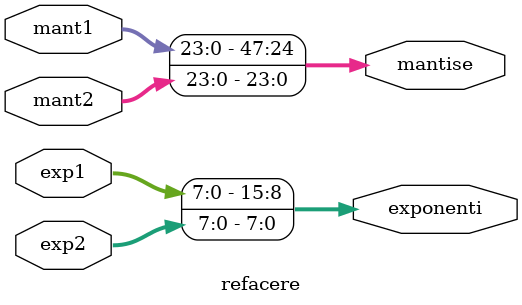
<source format=v>
`timescale 1ns / 1ps


module refacere(exp1, exp2, mant1, mant2, mantise, exponenti);

    input [7:0] exp1, exp2;
    input [23:0] mant1, mant2;
    output [15:0] exponenti;
    output [47:0] mantise;
    
    assign exponenti[15:8] = exp1;
    assign exponenti[7:0] = exp2;
    
    assign mantise[47:24] = mant1;
    assign mantise[23:0] = mant2;
    
    
endmodule

</source>
